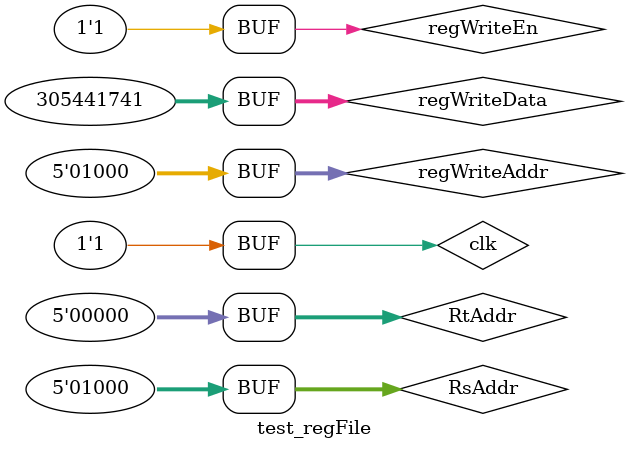
<source format=sv>
`timescale 1ns / 1ps


module test_regFile();
logic clk;
logic regWriteEn;
logic [4:0]regWriteAddr;
logic [31:0]regWriteData;
logic [4:0]RsAddr;
logic [4:0]RtAddr;
logic [31:0]RsData;
logic [31:0]RtData;

regfile MUT(clk,regWriteEn,regWriteAddr,regWriteData,
           RsAddr, RtAddr,RsData,RtData);

initial begin
clk=0;
regWriteEn=0;
regWriteAddr=0;
regWriteData=0;
RsAddr=0;
RtAddr=0;

#100;
regWriteEn=1;
regWriteData=32'h1234abcd;
end

parameter PERIOD=20;
always begin
clk=1'b0;
#(PERIOD/2) clk=1'b1;
#(PERIOD/2);
end

always begin
regWriteAddr=8;
RsAddr=8;
#PERIOD;
end
endmodule

</source>
